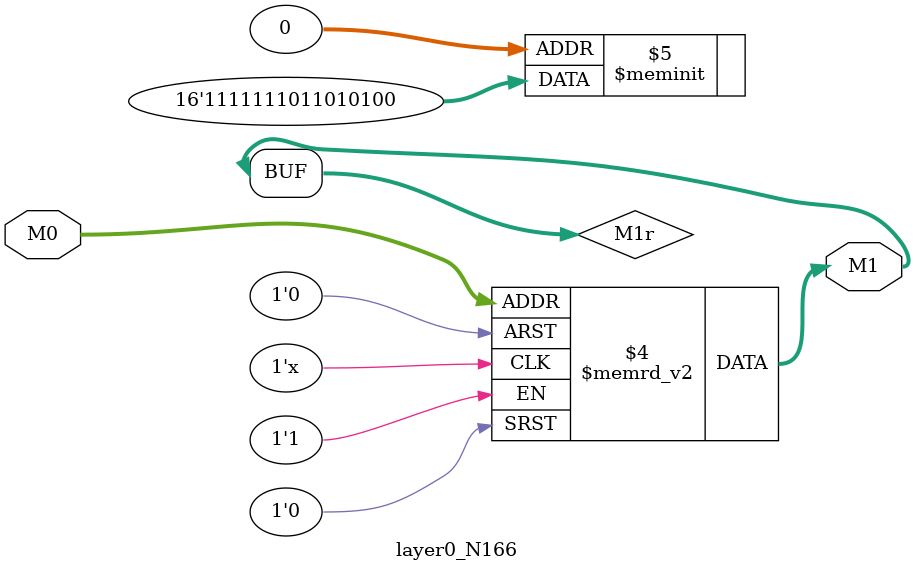
<source format=v>
module layer0_N166 ( input [2:0] M0, output [1:0] M1 );

	(*rom_style = "distributed" *) reg [1:0] M1r;
	assign M1 = M1r;
	always @ (M0) begin
		case (M0)
			3'b000: M1r = 2'b00;
			3'b100: M1r = 2'b10;
			3'b010: M1r = 2'b01;
			3'b110: M1r = 2'b11;
			3'b001: M1r = 2'b01;
			3'b101: M1r = 2'b11;
			3'b011: M1r = 2'b11;
			3'b111: M1r = 2'b11;

		endcase
	end
endmodule

</source>
